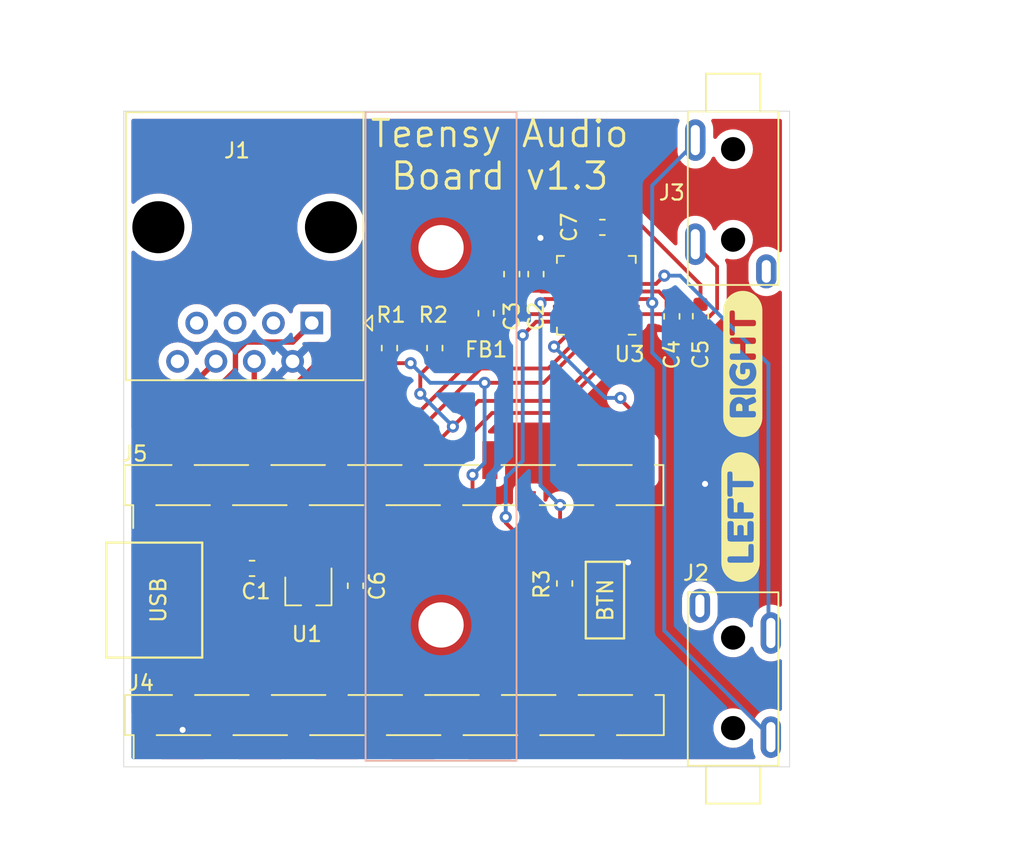
<source format=kicad_pcb>
(kicad_pcb (version 20210925) (generator pcbnew)
  (title_block (date "2021-10-12") (rev "1.3"))
  (layers (0 "F.Cu" signal) (31 "B.Cu" signal) (34 "B.Paste" user) (35 "F.Paste" user) (36 "B.SilkS" user "B.Silkscreen") (37 "F.SilkS" user "F.Silkscreen") (38 "B.Mask" user) (39 "F.Mask" user) (44 "Edge.Cuts" user))
  (net 0 "")
  (net 1 "/3.3VDC")
  (net 2 "/1.8VDC")
  (net 3 "GND")
  (net 4 "Net-(C4-Pad2)")
  (net 5 "Net-(C7-Pad1)")
  (net 6 "Net-(J1-Pad1)")
  (net 7 "Net-(J1-Pad4)")
  (net 8 "/BCLK")
  (net 9 "/MCLK")
  (net 10 "Net-(R2-Pad2)")
  (net 11 "/5VDC")
  (net 12 "Net-(J2-PadT)")
  (net 13 "Net-(J2-PadS)")
  (net 14 "Net-(J3-PadT)")
  (net 15 "Net-(R1-Pad2)")
  (net 16 "Net-(R3-Pad1)")
  (net 22 "Net-(U2-Pad30)")
  (net 23 "Net-(U2-Pad29)")
  (net 30 "Net-(U2-Pad20)")
  (footprint "Capacitor_SMD:C_0603_1608Metric" (layer "F.Cu") (at 147 94.1 -90)
    (fp_text reference "C2" (at 2.8 0 90) (layer "F.SilkS"))
    (fp_text value "100nF")
    (fp_line (start -0.162779 0.51) (end 0.162779 0.51) (layer "F.SilkS") (width 0.12))
    (fp_line (start -0.162779 -0.51) (end 0.162779 -0.51) (layer "F.SilkS") (width 0.12))
    (pad "1" smd roundrect locked (at -0.7875 0 270) (size 0.875 0.95) (layers "F.Cu" "F.Paste" "F.Mask") (net 3 "GND"))
    (pad "2" smd roundrect locked (at 0.7875 0 270) (size 0.875 0.95) (layers "F.Cu" "F.Paste" "F.Mask") (net 1 "/3.3VDC"))
  )
  (footprint "Capacitor_SMD:C_0603_1608Metric" (layer "F.Cu") (at 145.4 94.1 -90)
    (fp_text reference "C3" (at 2.8 0 90) (layer "F.SilkS"))
    (fp_text value "100nF")
    (fp_line (start -0.162779 -0.51) (end 0.162779 -0.51) (layer "F.SilkS") (width 0.12))
    (fp_line (start -0.162779 0.51) (end 0.162779 0.51) (layer "F.SilkS") (width 0.12))
    (pad "1" smd roundrect locked (at -0.7875 0 270) (size 0.875 0.95) (layers "F.Cu" "F.Paste" "F.Mask") (net 3 "GND"))
    (pad "2" smd roundrect locked (at 0.7875 0 270) (size 0.875 0.95) (layers "F.Cu" "F.Paste" "F.Mask") (net 1 "/3.3VDC"))
  )
  (footprint "asl_footprints:RJ45_THP_Vertical" (layer "F.Cu") (at 127.71 90.99 180)
    (fp_text reference "J1" (at 0.508 5.08 180) (layer "F.SilkS"))
    (fp_text value "0855025008")
    (fp_line (start -8.445 -5.85) (end -7.945 -6.35) (layer "F.SilkS") (width 0.12))
    (fp_line (start -7.865 -10.14) (end -7.865 7.62) (layer "F.SilkS") (width 0.12))
    (fp_line (start 7.865 -10.14) (end 7.865 7.62) (layer "F.SilkS") (width 0.12))
    (fp_line (start -7.945 -6.35) (end -8.445 -6.85) (layer "F.SilkS") (width 0.12))
    (fp_line (start -8.445 -6.85) (end -8.445 -5.85) (layer "F.SilkS") (width 0.12))
    (fp_line (start 7.865 7.62) (end -7.865 7.62) (layer "F.SilkS") (width 0.12))
    (fp_line (start 7.855 -10.14) (end -7.865 -10.14) (layer "F.SilkS") (width 0.12))
    (pad "" np_thru_hole circle (at -5.715 0 180) (size 3.65 3.65) (drill 3.45) (layers *.Mask))
    (pad "" np_thru_hole circle (at 5.715 0 180) (size 3.65 3.65) (drill 3.45) (layers *.Mask))
    (pad "1" thru_hole rect locked (at -4.445 -6.35 180) (size 1.5 1.5) (drill 0.9) (layers *.Cu *.Mask) (net 6 "Net-(J1-Pad1)"))
    (pad "2" thru_hole circle locked (at -3.175 -8.89 180) (size 1.5 1.5) (drill 0.9) (layers *.Cu *.Mask) (net 3 "GND"))
    (pad "3" thru_hole circle locked (at -1.905 -6.35 180) (size 1.5 1.5) (drill 0.9) (layers *.Cu *.Mask))
    (pad "4" thru_hole circle locked (at -0.635 -8.89 180) (size 1.5 1.5) (drill 0.9) (layers *.Cu *.Mask) (net 7 "Net-(J1-Pad4)"))
    (pad "5" thru_hole circle locked (at 0.635 -6.35 180) (size 1.5 1.5) (drill 0.9) (layers *.Cu *.Mask))
    (pad "6" thru_hole circle locked (at 1.905 -8.89 180) (size 1.5 1.5) (drill 0.9) (layers *.Cu *.Mask) (net 11 "/5VDC"))
    (pad "7" thru_hole circle locked (at 3.175 -6.35 180) (size 1.5 1.5) (drill 0.9) (layers *.Cu *.Mask))
    (pad "8" thru_hole circle locked (at 4.445 -8.89 180) (size 1.5 1.5) (drill 0.9) (layers *.Cu *.Mask))
  )
  (footprint "asl_footprints:mono_jack_throughhole" (layer "F.Cu") (at 160.0575 124.7825 180)
    (fp_text reference "J2" (at 2.4575 10.8825 unlocked) (layer "F.SilkS"))
    (fp_text value "4832.2230")
    (fp_rect (start -3 -1.9) (end 3 9.6) (layer "F.SilkS") (width 0.12) (fill none))
    (fp_rect (start -1.8 -4.4) (end 1.8 -1.9) (layer "F.SilkS") (width 0.12) (fill none))
    (pad "" np_thru_hole circle locked (at 0 0.6) (size 1.6 1.6) (drill 1.6) (layers *.Mask))
    (pad "" np_thru_hole circle locked (at 0 6.6) (size 1.6 1.6) (drill 1.6) (layers *.Mask))
    (pad "3" thru_hole oval (at 2.2 8.7 90) (size 2.25 1.35) (drill oval 1.5 0.6) (layers *.Cu *.Mask))
    (pad "S" thru_hole oval locked (at -2.5 0 270) (size 2.75 1.35) (drill oval 2 0.6) (layers *.Cu *.Mask) (net 13 "Net-(J2-PadS)"))
    (pad "T" thru_hole oval locked (at -2.5 6.9 270) (size 2.75 1.35) (drill oval 2 0.6) (layers *.Cu *.Mask) (net 12 "Net-(J2-PadT)"))
  )
  (footprint "Capacitor_SMD:C_0603_1608Metric" (layer "F.Cu") (at 156 96.9 90)
    (fp_text reference "C4" (at -2.54 0 90) (layer "F.SilkS"))
    (fp_text value "2.2µF")
    (fp_line (start -0.162779 0.51) (end 0.162779 0.51) (layer "F.SilkS") (width 0.12))
    (fp_line (start -0.162779 -0.51) (end 0.162779 -0.51) (layer "F.SilkS") (width 0.12))
    (pad "1" smd roundrect locked (at -0.7875 0 90) (size 0.875 0.95) (layers "F.Cu" "F.Paste" "F.Mask") (net 3 "GND"))
    (pad "2" smd roundrect locked (at 0.7875 0 90) (size 0.875 0.95) (layers "F.Cu" "F.Paste" "F.Mask") (net 4 "Net-(C4-Pad2)"))
  )
  (footprint "Capacitor_SMD:C_0603_1608Metric" (layer "F.Cu") (at 157.9 96.8875 90)
    (fp_text reference "C5" (at -2.54 0 90) (layer "F.SilkS"))
    (fp_text value "100nF")
    (fp_line (start -0.162779 0.51) (end 0.162779 0.51) (layer "F.SilkS") (width 0.12))
    (fp_line (start -0.162779 -0.51) (end 0.162779 -0.51) (layer "F.SilkS") (width 0.12))
    (pad "1" smd roundrect locked (at -0.7875 0 90) (size 0.875 0.95) (layers "F.Cu" "F.Paste" "F.Mask") (net 3 "GND"))
    (pad "2" smd roundrect locked (at 0.7875 0 90) (size 0.875 0.95) (layers "F.Cu" "F.Paste" "F.Mask") (net 4 "Net-(C4-Pad2)"))
  )
  (footprint "Resistor_SMD:R_0603_1608Metric" (layer "F.Cu") (at 140.3 99 -90)
    (fp_text reference "R2" (at -2.2 0.1 180) (layer "F.SilkS"))
    (fp_text value "2.2KΩ")
    (fp_line (start -0.162779 -0.51) (end 0.162779 -0.51) (layer "F.SilkS") (width 0.12))
    (fp_line (start -0.162779 0.51) (end 0.162779 0.51) (layer "F.SilkS") (width 0.12))
    (pad "1" smd roundrect locked (at -0.7875 0 270) (size 0.875 0.95) (layers "F.Cu" "F.Paste" "F.Mask") (net 1 "/3.3VDC"))
    (pad "2" smd roundrect locked (at 0.7875 0 270) (size 0.875 0.95) (layers "F.Cu" "F.Paste" "F.Mask") (net 10 "Net-(R2-Pad2)"))
  )
  (footprint "Resistor_SMD:R_0603_1608Metric" (layer "F.Cu") (at 137.3 99 -90)
    (fp_text reference "R1" (at -2.2 -0.1) (layer "F.SilkS"))
    (fp_text value "2.2KΩ")
    (fp_line (start -0.162779 -0.51) (end 0.162779 -0.51) (layer "F.SilkS") (width 0.12))
    (fp_line (start -0.162779 0.51) (end 0.162779 0.51) (layer "F.SilkS") (width 0.12))
    (pad "1" smd roundrect locked (at -0.7875 0 270) (size 0.875 0.95) (layers "F.Cu" "F.Paste" "F.Mask") (net 1 "/3.3VDC"))
    (pad "2" smd roundrect locked (at 0.7875 0 270) (size 0.875 0.95) (layers "F.Cu" "F.Paste" "F.Mask") (net 15 "Net-(R1-Pad2)"))
  )
  (footprint "Capacitor_SMD:C_0603_1608Metric" (layer "F.Cu") (at 135.05 114.75 -90)
    (fp_text reference "C6" (at 0 -1.43 90) (layer "F.SilkS"))
    (fp_text value "1.0µF")
    (fp_line (start -0.162779 -0.51) (end 0.162779 -0.51) (layer "F.SilkS") (width 0.12))
    (fp_line (start -0.162779 0.51) (end 0.162779 0.51) (layer "F.SilkS") (width 0.12))
    (pad "1" smd roundrect locked (at -0.7875 0 270) (size 0.875 0.95) (layers "F.Cu" "F.Paste" "F.Mask") (net 2 "/1.8VDC"))
    (pad "2" smd roundrect locked (at 0.7875 0 270) (size 0.875 0.95) (layers "F.Cu" "F.Paste" "F.Mask") (net 3 "GND"))
  )
  (footprint "Resistor_SMD:R_0603_1608Metric" (layer "F.Cu") (at 148.9 114.6 90)
    (fp_text reference "R3" (at -0.0508 -1.524 90) (layer "F.SilkS"))
    (fp_text value "100Ω")
    (fp_line (start -0.162779 -0.51) (end 0.162779 -0.51) (layer "F.SilkS") (width 0.12))
    (fp_line (start -0.162779 0.51) (end 0.162779 0.51) (layer "F.SilkS") (width 0.12))
    (pad "1" smd roundrect locked (at -0.7875 0 90) (size 0.875 0.95) (layers "F.Cu" "F.Paste" "F.Mask") (net 16 "Net-(R3-Pad1)"))
    (pad "2" smd roundrect locked (at 0.7875 0 90) (size 0.875 0.95) (layers "F.Cu" "F.Paste" "F.Mask") (net 9 "/MCLK"))
  )
  (footprint "asl_footprints:DIN_Clip" (layer "F.Cu") (at 140.716 104.848)
    (fp_text reference "DRA1" hide)
    (fp_text value "DIN Rail Adapter" hide)
    (fp_line (start 5 -21.5) (end 5 21.5) (layer "B.SilkS") (width 0.12))
    (fp_line (start -5 -21.5) (end 5 -21.5) (layer "B.SilkS") (width 0.12))
    (fp_line (start -5 21.5) (end -5 -21.5) (layer "B.SilkS") (width 0.12))
    (fp_line (start -5 21.5) (end 5 21.5) (layer "B.SilkS") (width 0.12))
    (pad "" np_thru_hole circle locked (at 0 -12.5) (size 6 6) (drill 3) (layers "F.Cu" "F.Mask"))
    (pad "" np_thru_hole circle locked (at 0 12.5) (size 6 6) (drill 3) (layers "F.Cu" "F.Mask"))
  )
  (footprint "Capacitor_SMD:C_0603_1608Metric" (layer "F.Cu") (at 128.2 113.6)
    (fp_text reference "C1" (at 0.254 1.524) (layer "F.SilkS"))
    (fp_text value "1.0µF")
    (fp_line (start -0.162779 -0.51) (end 0.162779 -0.51) (layer "F.SilkS") (width 0.12))
    (fp_line (start -0.162779 0.51) (end 0.162779 0.51) (layer "F.SilkS") (width 0.12))
    (pad "1" smd roundrect locked (at -0.7875 0) (size 0.875 0.95) (layers "F.Cu" "F.Paste" "F.Mask") (net 3 "GND"))
    (pad "2" smd roundrect locked (at 0.7875 0) (size 0.875 0.95) (layers "F.Cu" "F.Paste" "F.Mask") (net 1 "/3.3VDC"))
  )
  (footprint "Connector_PinHeader_2.54mm:PinHeader_1x14_P2.54mm_Vertical_SMD_Pin1Left" (layer "F.Cu") (at 137.6 108.08 90)
    (fp_text reference "J5" (at 2.08 -17.184 180) (layer "F.SilkS"))
    (fp_text value "SSM-114-L-SV-BE")
    (fp_line (start -1.33 9.65) (end -1.33 13.21) (layer "F.SilkS") (width 0.12))
    (fp_line (start -1.33 -0.51) (end -1.33 3.05) (layer "F.SilkS") (width 0.12))
    (fp_line (start 1.33 12.19) (end 1.33 15.75) (layer "F.SilkS") (width 0.12))
    (fp_line (start 1.33 7.11) (end 1.33 10.67) (layer "F.SilkS") (width 0.12))
    (fp_line (start -1.33 17.84) (end 1.33 17.84) (layer "F.SilkS") (width 0.12))
    (fp_line (start -1.33 14.73) (end -1.33 17.84) (layer "F.SilkS") (width 0.12))
    (fp_line (start 1.33 -13.21) (end 1.33 -9.65) (layer "F.SilkS") (width 0.12))
    (fp_line (start 1.33 17.27) (end 1.33 17.84) (layer "F.SilkS") (width 0.12))
    (fp_line (start -1.33 -15.75) (end -1.33 -12.19) (layer "F.SilkS") (width 0.12))
    (fp_line (start 1.33 -17.84) (end 1.33 -14.73) (layer "F.SilkS") (width 0.12))
    (fp_line (start -1.33 -17.84) (end 1.33 -17.84) (layer "F.SilkS") (width 0.12))
    (fp_line (start -1.33 -17.84) (end -1.33 -17.27) (layer "F.SilkS") (width 0.12))
    (fp_line (start 1.33 2.03) (end 1.33 5.59) (layer "F.SilkS") (width 0.12))
    (fp_line (start -1.33 -10.67) (end -1.33 -7.11) (layer "F.SilkS") (width 0.12))
    (fp_line (start -1.33 4.57) (end -1.33 8.13) (layer "F.SilkS") (width 0.12))
    (fp_line (start 1.33 -3.05) (end 1.33 0.51) (layer "F.SilkS") (width 0.12))
    (fp_line (start -1.33 -17.27) (end -2.85 -17.27) (layer "F.SilkS") (width 0.12))
    (fp_line (start 1.33 -8.13) (end 1.33 -4.57) (layer "F.SilkS") (width 0.12))
    (fp_line (start -1.33 -5.59) (end -1.33 -2.03) (layer "F.SilkS") (width 0.12))
  )
  (footprint "asl_footprints:Teensy30_31_32_LC_SMD" (layer "F.Cu") (at 137.6 115.7)
    (fp_text reference "U2" hide)
    (fp_text value "Teensy 3.2")
    (fp_text user "USB" (at -15.6 0 90 unlocked) (layer "F.SilkS"))
    (fp_text user "BTN" (at 14 0 90 unlocked) (layer "F.SilkS"))
    (fp_line (start -12.7 -3.81) (end -17.78 -3.81) (layer "F.SilkS") (width 0.15))
    (fp_line (start -19.05 -3.81) (end -17.78 -3.81) (layer "F.SilkS") (width 0.15))
    (fp_line (start -17.78 3.81) (end -19.05 3.81) (layer "F.SilkS") (width 0.15))
    (fp_line (start -19.05 3.81) (end -19.05 -3.81) (layer "F.SilkS") (width 0.15))
    (fp_line (start 15.24 2.54) (end 12.7 2.54) (layer "F.SilkS") (width 0.15))
    (fp_line (start -12.7 3.81) (end -12.7 -3.81) (layer "F.SilkS") (width 0.15))
    (fp_line (start 12.7 2.54) (end 12.7 -2.54) (layer "F.SilkS") (width 0.15))
    (fp_line (start 12.7 -2.54) (end 15.24 -2.54) (layer "F.SilkS") (width 0.15))
    (fp_line (start -12.7 3.81) (end -17.78 3.81) (layer "F.SilkS") (width 0.15))
    (fp_line (start 15.24 -2.54) (end 15.24 2.54) (layer "F.SilkS") (width 0.15))
    (pad "1" smd rect (at -16.51 9.275 90) (size 2.51 1) (layers "F.Cu" "F.Paste" "F.Mask") (net 3 "GND"))
    (pad "2" smd rect (at -13.97 5.965 90) (size 2.51 1) (layers "F.Cu" "F.Paste" "F.Mask") (net 6 "Net-(J1-Pad1)"))
    (pad "3" smd rect (at -11.43 9.275 90) (size 2.51 1) (layers "F.Cu" "F.Paste" "F.Mask") (net 7 "Net-(J1-Pad4)"))
    (pad "4" smd rect (at -8.89 5.965 90) (size 2.51 1) (layers "F.Cu" "F.Paste" "F.Mask"))
    (pad "5" smd rect (at -6.35 9.275 90) (size 2.51 1) (layers "F.Cu" "F.Paste" "F.Mask"))
    (pad "6" smd rect (at -3.81 5.965 90) (size 2.51 1) (layers "F.Cu" "F.Paste" "F.Mask"))
    (pad "7" smd rect (at -1.27 9.275 90) (size 2.51 1) (layers "F.Cu" "F.Paste" "F.Mask"))
    (pad "8" smd rect (at 1.27 5.965 90) (size 2.51 1) (layers "F.Cu" "F.Paste" "F.Mask"))
    (pad "9" smd rect (at 3.81 9.275 90) (size 2.51 1) (layers "F.Cu" "F.Paste" "F.Mask"))
    (pad "10" smd rect (at 6.35 5.965 90) (size 2.51 1) (layers "F.Cu" "F.Paste" "F.Mask"))
    (pad "11" smd rect (at 8.89 9.275 90) (size 2.51 1) (layers "F.Cu" "F.Paste" "F.Mask") (net 8 "/BCLK"))
    (pad "12" smd rect (at 11.43 5.965 90) (size 2.51 1) (layers "F.Cu" "F.Paste" "F.Mask"))
    (pad "13" smd rect (at 13.97 9.275 90) (size 2.51 1) (layers "F.Cu" "F.Paste" "F.Mask") (net 16 "Net-(R3-Pad1)"))
    (pad "14" smd rect (at 16.51 5.965 90) (size 2.51 1) (layers "F.Cu" "F.Paste" "F.Mask"))
    (pad "20" smd rect (at 16.51 -9.275 90) (size 2.51 1) (layers "F.Cu" "F.Paste" "F.Mask") (net 30 "Net-(U2-Pad20)"))
    (pad "21" smd rect (at 13.97 -5.965 90) (size 2.51 1) (layers "F.Cu" "F.Paste" "F.Mask"))
    (pad "22" smd rect (at 11.43 -9.275 90) (size 2.51 1) (layers "F.Cu" "F.Paste" "F.Mask"))
    (pad "23" smd rect (at 8.89 -5.965 90) (size 2.51 1) (layers "F.Cu" "F.Paste" "F.Mask"))
    (pad "24" smd rect (at 6.35 -9.275 90) (size 2.51 1) (layers "F.Cu" "F.Paste" "F.Mask"))
    (pad "25" smd rect (at 3.81 -5.965 90) (size 2.51 1) (layers "F.Cu" "F.Paste" "F.Mask") (net 15 "Net-(R1-Pad2)"))
    (pad "26" smd rect (at 1.27 -9.275 90) (size 2.51 1) (layers "F.Cu" "F.Paste" "F.Mask") (net 10 "Net-(R2-Pad2)"))
    (pad "27" smd rect (at -1.27 -5.965 90) (size 2.51 1) (layers "F.Cu" "F.Paste" "F.Mask"))
    (pad "28" smd rect (at -3.81 -9.275 90) (size 2.51 1) (layers "F.Cu" "F.Paste" "F.Mask"))
    (pad "29" smd rect (at -6.35 -5.965 90) (size 2.51 1) (layers "F.Cu" "F.Paste" "F.Mask") (net 23 "Net-(U2-Pad29)"))
    (pad "30" smd rect (at -8.89 -9.275 90) (size 2.51 1) (layers "F.Cu" "F.Paste" "F.Mask") (net 22 "Net-(U2-Pad30)"))
    (pad "31" smd rect (at -11.43 -5.965 90) (size 2.51 1) (layers "F.Cu" "F.Paste" "F.Mask") (net 1 "/3.3VDC"))
    (pad "32" smd rect (at -13.97 -9.275 90) (size 2.51 1) (layers "F.Cu" "F.Paste" "F.Mask"))
    (pad "33" smd rect (at -16.51 -5.965 90) (size 2.51 1) (layers "F.Cu" "F.Paste" "F.Mask") (net 11 "/5VDC"))
  )
  (footprint "asl_footprints:mono_jack_throughhole" (layer "F.Cu") (at 160.0575 85.2175)
    (fp_text reference "J3" (at -4.0575 3.4825 unlocked) (layer "F.SilkS"))
    (fp_text value "4832.2230")
    (fp_rect (start -3 -1.9) (end 3 9.6) (layer "F.SilkS") (width 0.12) (fill none))
    (fp_rect (start -1.8 -4.4) (end 1.8 -1.9) (layer "F.SilkS") (width 0.12) (fill none))
    (pad "" np_thru_hole circle locked (at 0 6.6 180) (size 1.6 1.6) (drill 1.6) (layers *.Mask))
    (pad "" np_thru_hole circle locked (at 0 0.6 180) (size 1.6 1.6) (drill 1.6) (layers *.Mask))
    (pad "3" thru_hole oval (at 2.2 8.7 270) (size 2.25 1.35) (drill oval 1.5 0.6) (layers *.Cu *.Mask))
    (pad "S" thru_hole oval locked (at -2.5 0 90) (size 2.75 1.35) (drill oval 2 0.6) (layers *.Cu *.Mask) (net 13 "Net-(J2-PadS)"))
    (pad "T" thru_hole oval locked (at -2.5 6.9 90) (size 2.75 1.35) (drill oval 2 0.6) (layers *.Cu *.Mask) (net 14 "Net-(J3-PadT)"))
  )
  (footprint "Package_TO_SOT_SMD:TSOT-23" (layer "F.Cu") (at 131.95 115.1 -90)
    (fp_text reference "U1" (at 2.8575 0.127) (layer "F.SilkS"))
    (fp_text value "AP7313")
    (fp_line (start 0.95 1.55) (end -0.9 1.55) (layer "F.SilkS") (width 0.12))
    (fp_line (start 0.95 0.5) (end 0.95 1.55) (layer "F.SilkS") (width 0.12))
    (fp_line (start 0.95 -1.5) (end 0.95 -0.5) (layer "F.SilkS") (width 0.12))
    (fp_line (start 0.93 -1.51) (end -1.5 -1.51) (layer "F.SilkS") (width 0.12))
    (pad "1" smd rect locked (at -1.31 -0.95 270) (size 1.22 0.65) (layers "F.Cu" "F.Paste" "F.Mask") (net 1 "/3.3VDC"))
    (pad "2" smd rect locked (at -1.31 0.95 270) (size 1.22 0.65) (layers "F.Cu" "F.Paste" "F.Mask") (net 2 "/1.8VDC"))
    (pad "3" smd rect locked (at 1.31 0 270) (size 1.22 0.65) (layers "F.Cu" "F.Paste" "F.Mask") (net 3 "GND"))
  )
  (footprint "Capacitor_SMD:C_0603_1608Metric" (layer "F.Cu") (at 143.7 96.7 -90)
    (fp_text reference "FB1" (at 2.4 0 180) (layer "F.SilkS"))
    (fp_text value "600Ω @ 100MHz")
    (fp_line (start -0.162779 0.51) (end 0.162779 0.51) (layer "F.SilkS") (width 0.12))
    (fp_line (start -0.162779 -0.51) (end 0.162779 -0.51) (layer "F.SilkS") (width 0.12))
    (pad "1" smd roundrect locked (at -0.7875 0 270) (size 0.875 0.95) (layers "F.Cu" "F.Paste" "F.Mask") (net 4 "Net-(C4-Pad2)"))
    (pad "2" smd roundrect locked (at 0.7875 0 270) (size 0.875 0.95) (layers "F.Cu" "F.Paste" "F.Mask") (net 1 "/3.3VDC"))
  )
  (footprint "Capacitor_SMD:C_0603_1608Metric" (layer "F.Cu") (at 151.4 91 180)
    (fp_text reference "C7" (at 2.2 0 90) (layer "F.SilkS"))
    (fp_text value "150nF")
    (fp_line (start -0.162779 0.51) (end 0.162779 0.51) (layer "F.SilkS") (width 0.12))
    (fp_line (start -0.162779 -0.51) (end 0.162779 -0.51) (layer "F.SilkS") (width 0.12))
    (pad "1" smd roundrect locked (at -0.7875 0 180) (size 0.875 0.95) (layers "F.Cu" "F.Paste" "F.Mask") (net 5 "Net-(C7-Pad1)"))
    (pad "2" smd roundrect locked (at 0.7875 0 180) (size 0.875 0.95) (layers "F.Cu" "F.Paste" "F.Mask") (net 3 "GND"))
  )
  (footprint "Package_DFN_QFN:QFN-32-1EP_5x5mm_P0.5mm_EP3.1x3.1mm" (layer "F.Cu") (at 151 95.5 180)
    (fp_text reference "U3" (at -2.2 -3.9) (layer "F.SilkS"))
    (fp_text value "SGTL5000")
    (fp_line (start -2.135 -2.61) (end -2.61 -2.61) (layer "F.SilkS") (width 0.12))
    (fp_line (start -2.61 2.61) (end -2.61 2.135) (layer "F.SilkS") (width 0.12))
    (fp_line (start 2.61 2.61) (end 2.61 2.135) (layer "F.SilkS") (width 0.12))
    (fp_line (start 2.135 2.61) (end 2.61 2.61) (layer "F.SilkS") (width 0.12))
    (fp_line (start 2.61 -2.61) (end 2.61 -2.135) (layer "F.SilkS") (width 0.12))
    (fp_line (start -2.135 2.61) (end -2.61 2.61) (layer "F.SilkS") (width 0.12))
    (fp_line (start 2.135 -2.61) (end 2.61 -2.61) (layer "F.SilkS") (width 0.12))
    (pad "1" smd roundrect locked (at -2.4375 -1.75 180) (size 0.875 0.25) (layers "F.Cu" "F.Paste" "F.Mask") (net 3 "GND"))
    (pad "2" smd roundrect locked (at -2.4375 -1.25 180) (size 0.875 0.25) (layers "F.Cu" "F.Paste" "F.Mask") (net 14 "Net-(J3-PadT)"))
    (pad "3" smd roundrect locked (at -2.4375 -0.75 180) (size 0.875 0.25) (layers "F.Cu" "F.Paste" "F.Mask") (net 3 "GND"))
    (pad "4" smd roundrect locked (at -2.4375 -0.25 180) (size 0.875 0.25) (layers "F.Cu" "F.Paste" "F.Mask") (net 13 "Net-(J2-PadS)"))
    (pad "5" smd roundrect locked (at -2.4375 0.25 180) (size 0.875 0.25) (layers "F.Cu" "F.Paste" "F.Mask") (net 4 "Net-(C4-Pad2)"))
    (pad "6" smd roundrect locked (at -2.4375 0.75 180) (size 0.875 0.25) (layers "F.Cu" "F.Paste" "F.Mask") (net 12 "Net-(J2-PadT)"))
    (pad "7" smd roundrect locked (at -2.4375 1.25 180) (size 0.875 0.25) (layers "F.Cu" "F.Paste" "F.Mask") (net 3 "GND"))
    (pad "8" smd roundrect locked (at -2.4375 1.75 180) (size 0.875 0.25) (layers "F.Cu" "F.Paste" "F.Mask"))
    (pad "9" smd roundrect locked (at -1.75 2.4375 180) (size 0.25 0.875) (layers "F.Cu" "F.Paste" "F.Mask"))
    (pad "10" smd roundrect locked (at -1.25 2.4375 180) (size 0.25 0.875) (layers "F.Cu" "F.Paste" "F.Mask") (net 5 "Net-(C7-Pad1)"))
    (pad "11" smd roundrect locked (at -0.75 2.4375 180) (size 0.25 0.875) (layers "F.Cu" "F.Paste" "F.Mask"))
    (pad "12" smd roundrect locked (at -0.25 2.4375 180) (size 0.25 0.875) (layers "F.Cu" "F.Paste" "F.Mask"))
    (pad "13" smd roundrect locked (at 0.25 2.4375 180) (size 0.25 0.875) (layers "F.Cu" "F.Paste" "F.Mask"))
    (pad "14" smd roundrect locked (at 0.75 2.4375 180) (size 0.25 0.875) (layers "F.Cu" "F.Paste" "F.Mask"))
    (pad "15" smd roundrect locked (at 1.25 2.4375 180) (size 0.25 0.875) (layers "F.Cu" "F.Paste" "F.Mask"))
    (pad "16" smd roundrect locked (at 1.75 2.4375 180) (size 0.25 0.875) (layers "F.Cu" "F.Paste" "F.Mask"))
    (pad "17" smd roundrect locked (at 2.4375 1.75 180) (size 0.875 0.25) (layers "F.Cu" "F.Paste" "F.Mask"))
    (pad "18" smd roundrect locked (at 2.4375 1.25 180) (size 0.875 0.25) (layers "F.Cu" "F.Paste" "F.Mask"))
    (pad "19" smd roundrect locked (at 2.4375 0.75 180) (size 0.875 0.25) (layers "F.Cu" "F.Paste" "F.Mask"))
    (pad "20" smd roundrect locked (at 2.4375 0.25 180) (size 0.875 0.25) (layers "F.Cu" "F.Paste" "F.Mask") (net 1 "/3.3VDC"))
    (pad "21" smd roundrect locked (at 2.4375 -0.25 180) (size 0.875 0.25) (layers "F.Cu" "F.Paste" "F.Mask") (net 9 "/MCLK"))
    (pad "22" smd roundrect locked (at 2.4375 -0.75 180) (size 0.875 0.25) (layers "F.Cu" "F.Paste" "F.Mask"))
    (pad "23" smd roundrect locked (at 2.4375 -1.25 180) (size 0.875 0.25) (layers "F.Cu" "F.Paste" "F.Mask") (net 22 "Net-(U2-Pad30)"))
    (pad "24" smd roundrect locked (at 2.4375 -1.75 180) (size 0.875 0.25) (layers "F.Cu" "F.Paste" "F.Mask") (net 8 "/BCLK"))
    (pad "25" smd roundrect locked (at 1.75 -2.4375 180) (size 0.25 0.875) (layers "F.Cu" "F.Paste" "F.Mask") (net 30 "Net-(U2-Pad20)"))
    (pad "26" smd roundrect locked (at 1.25 -2.4375 180) (size 0.25 0.875) (layers "F.Cu" "F.Paste" "F.Mask") (net 23 "Net-(U2-Pad29)"))
    (pad "27" smd roundrect locked (at 0.75 -2.4375 180) (size 0.25 0.875) (layers "F.Cu" "F.Paste" "F.Mask") (net 15 "Net-(R1-Pad2)"))
    (pad "28" smd roundrect locked (at 0.25 -2.4375 180) (size 0.25 0.875) (layers "F.Cu" "F.Paste" "F.Mask"))
    (pad "29" smd roundrect locked (at -0.25 -2.4375 180) (size 0.25 0.875) (layers "F.Cu" "F.Paste" "F.Mask") (net 10 "Net-(R2-Pad2)"))
    (pad "30" smd roundrect locked (at -0.75 -2.4375 180) (size 0.25 0.875) (layers "F.Cu" "F.Paste" "F.Mask") (net 2 "/1.8VDC"))
    (pad "31" smd roundrect locked (at -1.25 -2.4375 180) (size 0.25 0.875) (layers "F.Cu" "F.Paste" "F.Mask") (net 3 "GND"))
    (pad "32" smd roundrect locked (at -1.75 -2.4375 180) (size 0.25 0.875) (layers "F.Cu" "F.Paste" "F.Mask") (net 3 "GND"))
    (pad "33" smd roundrect locked (at 0 0 180) (size 3.1 3.1) (layers "F.Cu" "F.Mask") (roundrect_rratio 0.08064483871) (net 3 "GND"))
  )
  (footprint "Connector_PinHeader_2.54mm:PinHeader_1x14_P2.54mm_Vertical_SMD_Pin1Left" (layer "F.Cu") (at 137.63 123.32 90)
    (fp_text reference "J4" (at 2.12 -16.784 180) (layer "F.SilkS"))
    (fp_text value "SSM-114-L-SV-BE")
    (fp_line (start -1.33 -10.67) (end -1.33 -7.11) (layer "F.SilkS") (width 0.12))
    (fp_line (start 1.33 -17.84) (end 1.33 -14.73) (layer "F.SilkS") (width 0.12))
    (fp_line (start -1.33 17.84) (end 1.33 17.84) (layer "F.SilkS") (width 0.12))
    (fp_line (start 1.33 -3.05) (end 1.33 0.51) (layer "F.SilkS") (width 0.12))
    (fp_line (start 1.33 2.03) (end 1.33 5.59) (layer "F.SilkS") (width 0.12))
    (fp_line (start -1.33 14.73) (end -1.33 17.84) (layer "F.SilkS") (width 0.12))
    (fp_line (start -1.33 -17.27) (end -2.85 -17.27) (layer "F.SilkS") (width 0.12))
    (fp_line (start 1.33 -13.21) (end 1.33 -9.65) (layer "F.SilkS") (width 0.12))
    (fp_line (start 1.33 -8.13) (end 1.33 -4.57) (layer "F.SilkS") (width 0.12))
    (fp_line (start -1.33 -15.75) (end -1.33 -12.19) (layer "F.SilkS") (width 0.12))
    (fp_line (start -1.33 9.65) (end -1.33 13.21) (layer "F.SilkS") (width 0.12))
    (fp_line (start -1.33 -17.84) (end 1.33 -17.84) (layer "F.SilkS") (width 0.12))
    (fp_line (start -1.33 -0.51) (end -1.33 3.05) (layer "F.SilkS") (width 0.12))
    (fp_line (start 1.33 17.27) (end 1.33 17.84) (layer "F.SilkS") (width 0.12))
    (fp_line (start 1.33 12.19) (end 1.33 15.75) (layer "F.SilkS") (width 0.12))
    (fp_line (start -1.33 -5.59) (end -1.33 -2.03) (layer "F.SilkS") (width 0.12))
    (fp_line (start -1.33 4.57) (end -1.33 8.13) (layer "F.SilkS") (width 0.12))
    (fp_line (start 1.33 7.11) (end 1.33 10.67) (layer "F.SilkS") (width 0.12))
    (fp_line (start -1.33 -17.84) (end -1.33 -17.27) (layer "F.SilkS") (width 0.12))
  )
  (footprint "svg2mod" (layer "F.Cu") (at 160.7 100.05 90)
    (fp_text reference "svg2mod" hide)
    (fp_text value "G***" hide)
    (fp_poly (pts (xy -3.544491 -1.296988) (xy -3.332559 -0.869156) (xy -2.818209 -0.869156) (xy -2.679832 -0.852223) (xy -2.544101 -0.801423) (xy -2.411016 -0.716756) (xy -2.041922 -0.659606) (xy -2.03835 -0.741759) (xy -2.015728 -0.804863) (xy -1.952625 -0.853083) (xy -1.829991 -0.869156) (xy -1.697236 -0.84713) (xy -1.632347 -0.78105) (xy -1.620441 -0.657225) (xy -1.315641 -0.511894) (xy -1.198959 -0.646509) (xy -1.059656 -0.757461) (xy -0.908447 -0.836712) (xy -0.745331 -0.884262) (xy -0.570309 -0.900113) (xy -0.386424 -0.879475) (xy 2.049066 -0.871538) (xy 3.373041 -0.871538) (xy 3.484959 -0.853678) (xy 3.532584 -0.797719) (xy 3.544491 -0.697706) (xy 3.532584 -0.598884) (xy 3.492103 -0.547688) (xy 3.370659 -0.526256) (xy 2.915841 -0.526256) (xy 2.915841 0.671513) (xy 2.912269 0.752475) (xy 2.890837 0.813197) (xy 2.827734 0.862013) (xy 2.708672 0.8763) (xy 2.5908 0.862013) (xy 2.528887 0.813197) (xy 2.507456 0.751284) (xy 2.503884 0.669131) (xy 2.503884 -0.526256) (xy 2.046684 -0.526256) (xy 1.934766 -0.544116) (xy 1.887141 -0.600075) (xy 1.875234 -0.700088) (xy 1.887141 -0.798909) (xy 1.927622 -0.850106) (xy 2.049066 -0.871538) (xy -0.386424 -0.879475) (xy -0.209418 -0.817563) (xy 0.296466 -0.804863) (xy 0.359569 -0.853083) (xy 0.482203 -0.869156) (xy 0.614958 -0.84713) (xy 0.679847 -0.78105) (xy 0.691753 -0.657225) (xy 0.691753 -0.17145) (xy 1.322784 -0.17145) (xy 1.322784 -0.659606) (xy 1.326356 -0.741759) (xy 1.348978 -0.804863) (xy 1.413272 -0.854869) (xy 1.527572 -0.869156) (xy 1.637109 -0.85725) (xy 1.699022 -0.828675) (xy 1.732359 -0.78105) (xy 1.744266 -0.657225) (xy 1.744266 0.664369) (xy 1.740694 0.746522) (xy 1.718072 0.809625) (xy 1.654969 0.857845) (xy 1.532334 0.873919) (xy 1.400175 0.851892) (xy 1.337072 0.785813) (xy 1.322784 0.661988) (xy 1.322784 0.178594) (xy 0.691753 0.178594) (xy 0.691753 0.664369) (xy 0.688181 0.746522) (xy 0.665559 0.809625) (xy 0.602456 0.857845) (xy 0.479822 0.873919) (xy 0.347662 0.851892) (xy 0.284559 0.785813) (xy 0.270272 0.661988) (xy 0.270272 -0.659606) (xy 0.273844 -0.741759) (xy 0.296466 -0.804863) (xy -0.209418 -0.817563) (xy -0.039291 -0.714375) (xy 0.025003 -0.608409) (xy -0.029766 -0.473869) (xy -0.118467 -0.379214) (xy -0.198834 -0.347663) (xy -0.344091 -0.413147) (xy -0.453628 -0.46226) (xy -0.582216 -0.478631) (xy -0.75307 -0.446782) (xy -0.903684 -0.351234) (xy -1.009055 -0.204192) (xy -1.044178 -0.017859) (xy -1.028303 0.11258) (xy -0.980678 0.229261) (xy -0.901303 0.332184) (xy -0.748903 0.440234) (xy -0.577453 0.47625) (xy -0.453033 0.465534) (xy -0.341709 0.433388) (xy -0.341709 0.173831) (xy -0.529828 0.173831) (xy -0.634603 0.154781) (xy -0.675084 0.098822) (xy -0.684609 -0.001191) (xy -0.673894 -0.102394) (xy -0.634603 -0.154781) (xy -0.520303 -0.176213) (xy -0.101203 -0.176213) (xy 0.055959 -0.109538) (xy 0.079772 0.023813) (xy 0.079772 0.547688) (xy 0.013097 0.692944) (xy -0.099417 0.78358) (xy -0.236934 0.84832) (xy -0.399455 0.887164) (xy -0.586978 0.900113) (xy -0.758577 0.883369) (xy -0.918567 0.83314) (xy -1.066949 0.749424) (xy -1.203722 0.632222) (xy -1.31832 0.491356) (xy -1.400175 0.336649) (xy -1.449288 0.168101) (xy -1.465659 -0.014288) (xy -1.448991 -0.195783) (xy -1.398984 -0.361652) (xy -1.315641 -0.511894) (xy -1.620441 -0.657225) (xy -1.620441 0.66675) (xy -1.624013 0.750094) (xy -1.646634 0.812006) (xy -1.709738 0.860227) (xy -1.832372 0.8763) (xy -1.964531 0.853678) (xy -2.027634 0.785813) (xy -2.041922 0.664369) (xy -2.041922 -0.659606) (xy -2.411016 -0.716756) (xy -2.3241 -0.629841) (xy -2.253853 -0.516731) (xy -2.207419 -0.383381) (xy -2.191941 -0.235744) (xy -2.211784 -0.06694) (xy -2.271316 0.080698) (xy -2.370534 0.207169) (xy -2.329259 0.3048) (xy -2.275284 0.429419) (xy -2.208609 0.581025) (xy -2.172891 0.70485) (xy -2.2098 0.788194) (xy -2.320528 0.85725) (xy -2.443163 0.890588) (xy -2.519363 0.867966) (xy -2.563416 0.821531) (xy -2.594636 0.753533) (xy -2.656549 0.609865) (xy -2.749153 0.390525) (xy -2.822972 0.395288) (xy -3.123009 0.395288) (xy -3.123009 0.664369) (xy -3.126581 0.746522) (xy -3.149203 0.809625) (xy -3.212306 0.857845) (xy -3.334941 0.873919) (xy -3.4671 0.851892) (xy -3.530203 0.785813) (xy -3.544491 0.661988) (xy -3.544491 -0.659606) (xy -3.540919 -0.741759) (xy -3.518297 -0.804863) (xy -3.455194 -0.853083) (xy -3.332559 -0.869156) (xy -3.544491 -1.296988) (xy -3.544689 -1.296988) (xy -3.671816 -1.290742) (xy -3.797719 -1.272066) (xy -3.921185 -1.24114) (xy -4.041025 -1.19826) (xy -4.156085 -1.143841) (xy -4.265257 -1.078406) (xy -4.367489 -1.002585) (xy -4.461798 -0.917109) (xy -4.547274 -0.8228) (xy -4.623095 -0.720568) (xy -4.68853 -0.611396) (xy -4.742949 -0.496336) (xy -4.785829 -0.376496) (xy -4.816755 -0.25303) (xy -4.835431 -0.127127) (xy -4.841677 0) (xy -4.835431 0.127127) (xy -4.816755 0.25303) (xy -4.785829 0.376496) (xy -4.742949 0.496336) (xy -4.68853 0.611396) (xy -4.623095 0.720568) (xy -4.547274 0.8228) (xy -4.461798 0.917109) (xy -4.367489 1.002585) (xy -4.265257 1.078406) (xy -4.156085 1.143841) (xy -4.041025 1.19826) (xy -3.921185 1.24114) (xy -3.797719 1.272066) (xy -3.671816 1.290742) (xy -3.544689 1.296988) (xy -3.544491 1.296988) (xy 3.544491 1.296988) (xy 3.544689 1.296988) (xy 3.671816 1.290742) (xy 3.797719 1.272066) (xy 3.921185 1.24114) (xy 4.041025 1.19826) (xy 4.156085 1.143841) (xy 4.265257 1.078406) (xy 4.367489 1.002585) (xy 4.461798 0.917109) (xy 4.547274 0.8228) (xy 4.623095 0.720568) (xy 4.68853 0.611396) (xy 4.742949 0.496336) (xy 4.785829 0.376496) (xy 4.816755 0.25303) (xy 4.835431 0.127127) (xy 4.841677 0) (xy 4.835431 -0.127127) (xy 4.816755 -0.25303) (xy 4.785829 -0.376496) (xy 4.742949 -0.496336) (xy 4.68853 -0.611396) (xy 4.623095 -0.720568) (xy 4.547274 -0.8228) (xy 4.461798 -0.917109) (xy 4.367489 -1.002585) (xy 4.265257 -1.078406) (xy 4.156085 -1.143841) (xy 4.041025 -1.19826) (xy 3.921185 -1.24114) (xy 3.797719 -1.272066) (xy 3.671816 -1.290742) (xy 3.544689 -1.296988) (xy 3.544491 -1.296988) (xy -3.544491 -1.296988)) (layer "F.SilkS") (width 0) (fill solid))
    (fp_poly (pts (xy -3.123009 -0.026194) (xy -2.818209 -0.026194) (xy -2.680097 -0.078581) (xy -2.611041 -0.235744) (xy -2.680097 -0.394097) (xy -2.822972 -0.447675) (xy -3.123009 -0.447675) (xy -3.123009 -0.026194)) (layer "F.SilkS") (width 0) (fill solid))
  )
  (footprint "svg2mod" (layer "F.Cu") (at 160.55 110.2 90)
    (fp_text reference "svg2mod" hide)
    (fp_text value "G***" hide)
    (fp_poly (pts (xy -3.021806 -1.270794) (xy -2.932509 -0.855464) (xy -2.809875 -0.871538) (xy -2.67712 -0.849511) (xy -2.612231 -0.783431) (xy -2.600325 -0.659606) (xy -1.624013 0.661988) (xy -1.624013 -0.661988) (xy -1.578769 -0.827484) (xy -1.407319 -0.871538) (xy -0.469106 -0.871538) (xy -0.386953 -0.867966) (xy -0.059531 -0.827484) (xy 0.111919 -0.871538) (xy 1.050131 -0.871538) (xy 1.132284 -0.867966) (xy 1.194197 -0.845344) (xy 1.243012 -0.78105) (xy 1.2573 -0.659606) (xy 1.243012 -0.538163) (xy 1.193006 -0.475059) (xy 1.129903 -0.453628) (xy 1.045369 -0.450056) (xy 0.316706 -0.450056) (xy 0.316706 -0.20955) (xy 0.785812 -0.20955) (xy 0.870347 -0.205978) (xy 0.93345 -0.183356) (xy 0.979884 -0.118467) (xy 0.995362 0.004763) (xy 0.972741 0.137517) (xy 0.904875 0.202406) (xy 0.783431 0.214313) (xy 0.316706 0.214313) (xy 0.316706 0.664369) (xy 0.313134 0.747713) (xy 0.290512 0.809625) (xy 0.227409 0.857845) (xy 0.104775 0.873919) (xy -0.027384 0.851297) (xy -0.090488 0.783431) (xy -0.104775 0.661988) (xy -0.104775 -0.661988) (xy -0.059531 -0.827484) (xy -0.386953 -0.867966) (xy -0.32385 -0.845344) (xy -0.27563 -0.782241) (xy -0.259556 -0.659606) (xy -0.281583 -0.527447) (xy -0.347663 -0.464344) (xy -0.471488 -0.450056) (xy -1.202531 -0.450056) (xy -1.202531 -0.20955) (xy -0.731044 -0.20955) (xy -0.648891 -0.205978) (xy -0.585788 -0.183356) (xy -0.537567 -0.120253) (xy -0.521494 0.002381) (xy -0.544116 0.134541) (xy -0.611981 0.197644) (xy -0.735806 0.211931) (xy -1.202531 0.211931) (xy -1.202531 0.452438) (xy -0.469106 0.452438) (xy -0.386953 0.456009) (xy -0.32385 0.478631) (xy -0.27563 0.541734) (xy -0.259556 0.664369) (xy -0.281583 0.796528) (xy -0.347663 0.859631) (xy -0.471488 0.873919) (xy -1.414463 0.873919) (xy -1.546622 0.851297) (xy -1.609725 0.783431) (xy -1.624013 0.661988) (xy -2.600325 -0.659606) (xy -2.600325 0.521494) (xy -1.952625 0.521494) (xy -1.838325 0.539353) (xy -1.7907 0.595313) (xy -1.778794 0.696516) (xy -1.7907 0.797719) (xy -1.831181 0.850106) (xy -1.955006 0.873919) (xy -2.812256 0.873919) (xy -2.944416 0.851297) (xy -3.007519 0.783431) (xy -3.021806 0.661988) (xy -3.021806 -0.661988) (xy -3.018234 -0.744141) (xy -2.995613 -0.807244) (xy -2.932509 -0.855464) (xy -3.021806 -1.270794) (xy -3.022005 -1.270794) (xy -3.146564 -1.264675) (xy -3.269924 -1.246376) (xy -3.390897 -1.216074) (xy -3.508316 -1.17406) (xy -3.621053 -1.12074) (xy -3.72802 -1.056626) (xy -3.828188 -0.982337) (xy -3.920592 -0.898587) (xy -4.004342 -0.806183) (xy -4.078631 -0.706015) (xy -4.142745 -0.599048) (xy -4.196065 -0.486312) (xy -4.238078 -0.368892) (xy -4.26838 -0.24792) (xy -4.286679 -0.12456) (xy -4.292798 0) (xy -4.286679 0.12456) (xy -4.26838 0.24792) (xy -4.238078 0.368892) (xy -4.196065 0.486312) (xy -4.142745 0.599048) (xy -4.078631 0.706015) (xy -4.004342 0.806183) (xy -3.920592 0.898587) (xy -3.828188 0.982337) (xy -3.72802 1.056626) (xy -3.621053 1.12074) (xy -3.508316 1.17406) (xy -3.390897 1.216074) (xy -3.269924 1.246376) (xy -3.146564 1.264675) (xy -3.022005 1.270794) (xy -3.021806 1.270794) (xy 3.021806 1.270794) (xy 2.393156 -0.528638) (xy 2.393156 0.669131) (xy 2.389584 0.750094) (xy 2.368153 0.810816) (xy 2.30505 0.859631) (xy 2.185987 0.873919) (xy 2.068116 0.859631) (xy 2.006203 0.810816) (xy 1.984772 0.748903) (xy 1.9812 0.66675) (xy 1.9812 -0.528638) (xy 1.524 -0.528638) (xy 1.412081 -0.546497) (xy 1.364456 -0.602456) (xy 1.35255 -0.702469) (xy 1.364456 -0.801291) (xy 1.404937 -0.852488) (xy 1.526381 -0.873919) (xy 2.850356 -0.873919) (xy 2.962275 -0.856059) (xy 3.0099 -0.8001) (xy 3.021806 -0.700088) (xy 3.0099 -0.601266) (xy 2.969419 -0.550069) (xy 2.847975 -0.528638) (xy 2.393156 -0.528638) (xy 3.021806 1.270794) (xy 3.022005 1.270794) (xy 3.146564 1.264675) (xy 3.269924 1.246376) (xy 3.390897 1.216074) (xy 3.508316 1.17406) (xy 3.621053 1.12074) (xy 3.72802 1.056626) (xy 3.828188 0.982337) (xy 3.920592 0.898587) (xy 4.004342 0.806183) (xy 4.078631 0.706015) (xy 4.142745 0.599048) (xy 4.196065 0.486312) (xy 4.238078 0.368892) (xy 4.26838 0.24792) (xy 4.286679 0.12456) (xy 4.292798 0) (xy 4.286679 -0.12456) (xy 4.26838 -0.24792) (xy 4.238078 -0.368892) (xy 4.196065 -0.486312) (xy 4.142745 -0.599048) (xy 4.078631 -0.706015) (xy 4.004342 -0.806183) (xy 3.920592 -0.898587) (xy 3.828188 -0.982337) (xy 3.72802 -1.056626) (xy 3.621053 -1.12074) (xy 3.508316 -1.17406) (xy 3.390897 -1.216074) (xy 3.269924 -1.246376) (xy 3.146564 -1.264675) (xy 3.022005 -1.270794) (xy 3.021806 -1.270794) (xy -3.021806 -1.270794)) (layer "F.SilkS") (width 0) (fill solid))
  )
  (gr_line (start 119.7 126.75) (end 119.7 83.3) (layer "Edge.Cuts") (width 0.05))
  (gr_line (start 163.8 126.75) (end 119.7 126.75) (layer "Edge.Cuts") (width 0.05))
  (gr_line (start 163.8 83.3) (end 163.8 126.75) (layer "Edge.Cuts") (width 0.05))
  (gr_line (start 119.7 83.3) (end 163.8 83.3) (layer "Edge.Cuts") (width 0.05))
  (gr_text "Teensy Audio\nBoard v1.3" (at 144.6 86.2) (layer "F.SilkS") (effects (font (size 1.75 1.75) (thickness 0.2))))
  (segment (start 129.07 113.5) (end 126.17 110.6) (width 0.3556) (layer "F.Cu") (net 1))
  (segment (start 127.2 105.3) (end 134.2875 98.2125) (width 0.3556) (layer "F.Cu") (net 1))
  (segment (start 143.7 97.4875) (end 145.4 95.7875) (width 0.3556) (layer "F.Cu") (net 1))
  (segment (start 147.3625 95.25) (end 147 94.8875) (width 0.254) (layer "F.Cu") (net 1))
  (segment (start 140.3 98.2125) (end 142.975 98.2125) (width 0.3556) (layer "F.Cu") (net 1))
  (segment (start 131.74 114.95) (end 132.9 113.79) (width 0.254) (layer "F.Cu") (net 1))
  (segment (start 142.975 98.2125) (end 143.7 97.4875) (width 0.3556) (layer "F.Cu") (net 1))
  (segment (start 127.2 108.705) (end 127.2 105.3) (width 0.3556) (layer "F.Cu") (net 1))
  (segment (start 126.17 110.6) (end 126.17 109.735) (width 0.3556) (layer "F.Cu") (net 1))
  (segment (start 130.3375 114.95) (end 131.74 114.95) (width 0.254) (layer "F.Cu") (net 1))
  (segment (start 145.4 95.7875) (end 145.4 94.8875) (width 0.3556) (layer "F.Cu") (net 1))
  (segment (start 128.9875 113.6) (end 130.3375 114.95) (width 0.254) (layer "F.Cu") (net 1))
  (segment (start 134.2875 98.2125) (end 137.3 98.2125) (width 0.3556) (layer "F.Cu") (net 1))
  (segment (start 126.17 109.735) (end 127.2 108.705) (width 0.3556) (layer "F.Cu") (net 1))
  (segment (start 137.3 98.2125) (end 140.3 98.2125) (width 0.3556) (layer "F.Cu") (net 1))
  (segment (start 148.5625 95.25) (end 147.3625 95.25) (width 0.254) (layer "F.Cu") (net 1))
  (segment (start 147 94.8875) (end 145.4 94.8875) (width 0.254) (layer "F.Cu") (net 1))
  (segment (start 148.241362 103.3) (end 151.75 99.791362) (width 0.254) (layer "F.Cu") (net 2))
  (segment (start 131 113.79) (end 132.315 112.475) (width 0.254) (layer "F.Cu") (net 2))
  (segment (start 144.1 103.3) (end 148.241362 103.3) (width 0.254) (layer "F.Cu") (net 2))
  (segment (start 151.75 99.791362) (end 151.75 97.9375) (width 0.254) (layer "F.Cu") (net 2))
  (segment (start 140.2 107.1) (end 140.3 107.1) (width 0.254) (layer "F.Cu") (net 2))
  (segment (start 140.2 110.5) (end 140.2 107.1) (width 0.254) (layer "F.Cu") (net 2))
  (segment (start 133.5625 112.475) (end 135.05 113.9625) (width 0.254) (layer "F.Cu") (net 2))
  (segment (start 135.05 113.9625) (end 136.7375 113.9625) (width 0.254) (layer "F.Cu") (net 2))
  (segment (start 132.315 112.475) (end 133.5625 112.475) (width 0.254) (layer "F.Cu") (net 2))
  (segment (start 140.3 107.1) (end 144.1 103.3) (width 0.254) (layer "F.Cu") (net 2))
  (segment (start 136.7375 113.9625) (end 140.2 110.5) (width 0.254) (layer "F.Cu") (net 2))
  (segment (start 152.25 94.25) (end 151 95.5) (width 0.254) (layer "F.Cu") (net 3))
  (segment (start 152.75 97.9375) (end 152.75 99.45) (width 0.254) (layer "F.Cu") (net 3))
  (segment (start 152.75 97.9375) (end 153.4375 97.25) (width 0.254) (layer "F.Cu") (net 3))
  (segment (start 151.75 96.25) (end 151 95.5) (width 0.254) (layer "F.Cu") (net 3))
  (segment (start 153.4375 96.25) (end 151.75 96.25) (width 0.254) (layer "F.Cu") (net 3))
  (segment (start 152.25 96.75) (end 152.25 97.9375) (width 0.254) (layer "F.Cu") (net 3))
  (segment (start 152.25 97.9375) (end 152.75 97.9375) (width 0.254) (layer "F.Cu") (net 3))
  (segment (start 151 95.5) (end 152.25 96.75) (width 0.254) (layer "F.Cu") (net 3))
  (segment (start 153.4375 94.25) (end 152.25 94.25) (width 0.254) (layer "F.Cu") (net 3))
  (via (at 147.3 91.7) (size 0.8) (drill 0.4) (layers "F.Cu" "B.Cu") (net 3))
  (via (at 153.1 113.2) (size 0.8) (drill 0.4) (layers "F.Cu" "B.Cu") (net 3))
  (via (at 158.2 108) (size 0.8) (drill 0.4) (layers "F.Cu" "B.Cu") (net 3))
  (via (at 123.6 124.3) (size 0.8) (drill 0.4) (layers "F.Cu" "B.Cu") (net 3))
  (segment (start 155.1375 95.25) (end 156 96.1125) (width 0.254) (layer "F.Cu") (net 4))
  (segment (start 157.9 94.8) (end 157.9 96.1) (width 0.254) (layer "F.Cu") (net 4))
  (segment (start 156 96.1125) (end 157.8875 96.1125) (width 0.254) (layer "F.Cu") (net 4))
  (segment (start 143.7 95.9125) (end 143.7 94.9) (width 0.254) (layer "F.Cu") (net 4))
  (segment (start 153.4375 95.25) (end 155.1375 95.25) (width 0.254) (layer "F.Cu") (net 4))
  (segment (start 147.3 89.7) (end 152.8 89.7) (width 0.254) (layer "F.Cu") (net 4))
  (segment (start 144.4 92.6) (end 147.3 89.7) (width 0.254) (layer "F.Cu") (net 4))
  (segment (start 152.8 89.7) (end 157.9 94.8) (width 0.254) (layer "F.Cu") (net 4))
  (segment (start 157.8875 96.1125) (end 157.9 96.1) (width 0.254) (layer "F.Cu") (net 4))
  (segment (start 143.7 94.9) (end 144.4 94.2) (width 0.254) (layer "F.Cu") (net 4))
  (segment (start 144.4 94.2) (end 144.4 92.6) (width 0.254) (layer "F.Cu") (net 4))
  (segment (start 152.25 93.0625) (end 152.25 91.0625) (width 0.254) (layer "F.Cu") (net 5))
  (segment (start 152.25 91.0625) (end 152.1875 91) (width 0.254) (layer "F.Cu") (net 5))
  (segment (start 122.4 120.435) (end 122.4 105.149333) (width 0.3556) (layer "F.Cu") (net 6))
  (segment (start 127.1 99.3) (end 127.8 98.6) (width 0.3556) (layer "F.Cu") (net 6))
  (segment (start 127.1 100.449333) (end 127.1 99.3) (width 0.3556) (layer "F.Cu") (net 6))
  (segment (start 122.4 105.149333) (end 127.1 100.449333) (width 0.3556) (layer "F.Cu") (net 6))
  (segment (start 123.63 121.665) (end 122.4 120.435) (width 0.3556) (layer "F.Cu") (net 6))
  (segment (start 127.8 98.6) (end 130.895 98.6) (width 0.3556) (layer "F.Cu") (net 6))
  (segment (start 130.895 98.6) (end 132.155 97.34) (width 0.3556) (layer "F.Cu") (net 6))
  (segment (start 123.6 118.6) (end 123.6 109.3) (width 0.3556) (layer "F.Cu") (net 7))
  (segment (start 125.1 105.6) (end 128.345 102.355) (width 0.3556) (layer "F.Cu") (net 7))
  (segment (start 123.6 109.3) (end 125.1 107.8) (width 0.3556) (layer "F.Cu") (net 7))
  (segment (start 126.17 124.975) (end 126.2 124.945) (width 0.3556) (layer "F.Cu") (net 7))
  (segment (start 125.1 107.8) (end 125.1 105.6) (width 0.3556) (layer "F.Cu") (net 7))
  (segment (start 126.2 124.945) (end 126.2 121.2) (width 0.3556) (layer "F.Cu") (net 7))
  (segment (start 126.2 121.2) (end 123.6 118.6) (width 0.3556) (layer "F.Cu") (net 7))
  (segment (start 128.345 102.355) (end 128.345 99.88) (width 0.3556) (layer "F.Cu") (net 7))
  (segment (start 145 110.575) (end 146.5 112.075) (width 0.254) (layer "F.Cu") (net 8))
  (segment (start 146.5 124.965) (end 146.49 124.975) (width 0.254) (layer "F.Cu") (net 8))
  (segment (start 147.025 97.25) (end 148.5625 97.25) (width 0.254) (layer "F.Cu") (net 8))
  (segment (start 145 110.2) (end 145 110.575) (width 0.254) (layer "F.Cu") (net 8))
  (segment (start 146.5 112.075) (end 146.5 124.965) (width 0.254) (layer "F.Cu") (net 8))
  (segment (start 146.125 98.15) (end 147.025 97.25) (width 0.254) (layer "F.Cu") (net 8))
  (via (at 146.125 98.15) (size 0.8) (drill 0.4) (layers "F.Cu" "B.Cu") (net 8))
  (via (at 145 110.2) (size 0.8) (drill 0.4) (layers "F.Cu" "B.Cu") (net 8))
  (segment (start 146.125 106.475) (end 146.125 98.15) (width 0.254) (layer "B.Cu") (net 8))
  (segment (start 145 107.6) (end 146.125 106.475) (width 0.254) (layer "B.Cu") (net 8))
  (segment (start 145 110.2) (end 145 107.6) (width 0.254) (layer "B.Cu") (net 8))
  (segment (start 148.6 109.4) (end 148.6 113.5125) (width 0.254) (layer "F.Cu") (net 9))
  (segment (start 148.6 113.5125) (end 148.9 113.8125) (width 0.254) (layer "F.Cu") (net 9))
  (segment (start 148.5625 95.75) (end 147.5735 95.75) (width 0.254) (layer "F.Cu") (net 9))
  (segment (start 147.5735 95.75) (end 147.3 96.0235) (width 0.254) (layer "F.Cu") (net 9))
  (via (at 148.6 109.4) (size 0.8) (drill 0.4) (layers "F.Cu" "B.Cu") (net 9))
  (via (at 147.3 96.0235) (size 0.8) (drill 0.4) (layers "F.Cu" "B.Cu") (net 9))
  (segment (start 147.3 108.1) (end 147.3 96.0235) (width 0.254) (layer "B.Cu") (net 9))
  (segment (start 148.6 109.4) (end 147.3 108.1) (width 0.254) (layer "B.Cu") (net 9))
  (segment (start 138.87 106.425) (end 139.275 106.425) (width 0.254) (layer "F.Cu") (net 10))
  (segment (start 148.4 102.5) (end 143.2 102.5) (width 0.254) (layer "F.Cu") (net 10))
  (segment (start 140.3 99.7875) (end 139.34051 100.74699) (width 0.254) (layer "F.Cu") (net 10))
  (segment (start 139.34051 100.74699) (end 139.34051 102.0265) (width 0.254) (layer "F.Cu") (net 10))
  (segment (start 143.2 102.5) (end 141.5 104.2) (width 0.254) (layer "F.Cu") (net 10))
  (segment (start 151.25 99.65) (end 148.4 102.5) (width 0.254) (layer "F.Cu") (net 10))
  (segment (start 139.275 106.425) (end 141.5 104.2) (width 0.254) (layer "F.Cu") (net 10))
  (segment (start 151.25 97.9375) (end 151.25 99.65) (width 0.254) (layer "F.Cu") (net 10))
  (via (at 141.5 104.2) (size 0.8) (drill 0.4) (layers "F.Cu" "B.Cu") (net 10))
  (via (at 139.34051 102.0265) (size 0.8) (drill 0.4) (layers "F.Cu" "B.Cu") (net 10))
  (segment (start 139.34051 102.0265) (end 141.5 104.18599) (width 0.254) (layer "B.Cu") (net 10))
  (segment (start 141.5 104.18599) (end 141.5 104.2) (width 0.254) (layer "B.Cu") (net 10))
  (segment (start 121.1 109.725) (end 121.09 109.735) (width 0.3556) (layer "F.Cu") (net 11))
  (segment (start 125.805 99.88) (end 121.1 104.585) (width 0.3556) (layer "F.Cu") (net 11))
  (segment (start 121.1 104.585) (end 121.1 109.725) (width 0.3556) (layer "F.Cu") (net 11))
  (segment (start 155.5 94.2) (end 154.95 94.75) (width 0.254) (layer "F.Cu") (net 12))
  (segment (start 154.95 94.75) (end 153.4375 94.75) (width 0.254) (layer "F.Cu") (net 12))
  (via (at 155.5 94.2) (size 0.8) (drill 0.4) (layers "F.Cu" "B.Cu") (net 12))
  (segment (start 155.5 94.2) (end 156.55 94.2) (width 0.254) (layer "B.Cu") (net 12))
  (segment (start 162.4 100.05) (end 162.4 117.725) (width 0.254) (layer "B.Cu") (net 12))
  (segment (start 156.55 94.2) (end 162.4 100.05) (width 0.254) (layer "B.Cu") (net 12))
  (segment (start 162.4 117.725) (end 162.5575 117.8825) (width 0.254) (layer "B.Cu") (net 12))
  (segment (start 154.45 95.75) (end 153.4375 95.75) (width 0.254) (layer "F.Cu") (net 13))
  (segment (start 154.7 96) (end 154.45 95.75) (width 0.254) (layer "F.Cu") (net 13))
  (via (at 154.7 96) (size 0.8) (drill 0.4) (layers "F.Cu" "B.Cu") (net 13))
  (segment (start 154.7 88.225) (end 157.7075 85.2175) (width 0.254) (layer "B.Cu") (net 13))
  (segment (start 154.7 99.3) (end 155.5 100.1) (width 0.254) (layer "B.Cu") (net 13))
  (segment (start 154.7 96) (end 154.7 88.225) (width 0.254) (layer "B.Cu") (net 13))
  (segment (start 155.5 100.1) (end 155.5 117.725) (width 0.254) (layer "B.Cu") (net 13))
  (segment (start 155.5 117.725) (end 162.5575 124.7825) (width 0.254) (layer "B.Cu") (net 13))
  (segment (start 154.7 96) (end 154.7 99.3) (width 0.254) (layer "B.Cu") (net 13))
  (segment (start 159 93.6) (end 157.5575 92.1575) (width 0.25) (layer "F.Cu") (net 14))
  (segment (start 153.4375 96.75) (end 155.35 96.75) (width 0.25) (layer "F.Cu") (net 14))
  (segment (start 155.35 96.75) (end 155.5 96.9) (width 0.25) (layer "F.Cu") (net 14))
  (segment (start 155.5 96.9) (end 158.5 96.9) (width 0.25) (layer "F.Cu") (net 14))
  (segment (start 159 96.4) (end 159 93.6) (width 0.25) (layer "F.Cu") (net 14))
  (segment (start 158.5 96.9) (end 159 96.4) (width 0.25) (layer "F.Cu") (net 14))
  (segment (start 157.5575 92.1575) (end 157.5575 92.1175) (width 0.25) (layer "F.Cu") (net 14))
  (segment (start 138.7 100) (end 137.5125 100) (width 0.254) (layer "F.Cu") (net 15))
  (segment (start 137.5125 100) (end 137.3 99.7875) (width 0.254) (layer "F.Cu") (net 15))
  (segment (start 150.25 98.56825) (end 147.51825 101.3) (width 0.254) (layer "F.Cu") (net 15))
  (segment (start 142.8 107.4) (end 142.8 108.345) (width 0.254) (layer "F.Cu") (net 15))
  (segment (start 147.51825 101.3) (end 143.6 101.3) (width 0.254) (layer "F.Cu") (net 15))
  (segment (start 150.25 97.9375) (end 150.25 98.56825) (width 0.254) (layer "F.Cu") (net 15))
  (segment (start 142.8 108.345) (end 141.41 109.735) (width 0.254) (layer "F.Cu") (net 15))
  (via (at 138.7 100) (size 0.8) (drill 0.4) (layers "F.Cu" "B.Cu") (net 15))
  (via (at 143.6 101.3) (size 0.8) (drill 0.4) (layers "F.Cu" "B.Cu") (net 15))
  (via (at 142.8 107.4) (size 0.8) (drill 0.4) (layers "F.Cu" "B.Cu") (net 15))
  (segment (start 143.6 106.6) (end 142.8 107.4) (width 0.254) (layer "B.Cu") (net 15))
  (segment (start 140 101.3) (end 143.6 101.3) (width 0.254) (layer "B.Cu") (net 15))
  (segment (start 138.7 100) (end 140 101.3) (width 0.254) (layer "B.Cu") (net 15))
  (segment (start 143.6 101.3) (end 143.6 106.6) (width 0.254) (layer "B.Cu") (net 15))
  (segment (start 148.9 115.3875) (end 151.6 118.0875) (width 0.254) (layer "F.Cu") (net 16))
  (segment (start 151.6 118.0875) (end 151.6 124.945) (width 0.254) (layer "F.Cu") (net 16))
  (segment (start 151.6 124.945) (end 151.57 124.975) (width 0.254) (layer "F.Cu") (net 16))
  (segment (start 128.71 106.425) (end 129.499 106.425) (width 0.254) (layer "F.Cu") (net 22))
  (segment (start 143.1 99.4) (end 143.9 99.4) (width 0.254) (layer "F.Cu") (net 22))
  (segment (start 143.9 99.4) (end 144.9 98.4) (width 0.254) (layer "F.Cu") (net 22))
  (segment (start 139.4 103.1) (end 143.1 99.4) (width 0.254) (layer "F.Cu") (net 22))
  (segment (start 144.9 97.6) (end 145.75 96.75) (width 0.254) (layer "F.Cu") (net 22))
  (segment (start 145.75 96.75) (end 148.5625 96.75) (width 0.254) (layer "F.Cu") (net 22))
  (segment (start 144.9 98.4) (end 144.9 97.6) (width 0.254) (layer "F.Cu") (net 22))
  (segment (start 132.824 103.1) (end 139.4 103.1) (width 0.254) (layer "F.Cu") (net 22))
  (segment (start 129.499 106.425) (end 132.824 103.1) (width 0.254) (layer "F.Cu") (net 22))
  (segment (start 131.3 109.685) (end 131.3 106.6) (width 0.254) (layer "F.Cu") (net 23))
  (segment (start 149.75 98.426888) (end 149.75 97.9375) (width 0.254) (layer "F.Cu") (net 23))
  (segment (start 134 103.9) (end 139.8 103.9) (width 0.254) (layer "F.Cu") (net 23))
  (segment (start 131.25 109.735) (end 131.3 109.685) (width 0.254) (layer "F.Cu") (net 23))
  (segment (start 139.8 103.9) (end 143.346489 100.353511) (width 0.254) (layer "F.Cu") (net 23))
  (segment (start 147.823377 100.353511) (end 149.75 98.426888) (width 0.254) (layer "F.Cu") (net 23))
  (segment (start 131.3 106.6) (end 134 103.9) (width 0.254) (layer "F.Cu") (net 23))
  (segment (start 143.346489 100.353511) (end 147.823377 100.353511) (width 0.254) (layer "F.Cu") (net 23))
  (segment (start 148.2875 98.9) (end 149.25 97.9375) (width 0.254) (layer "F.Cu") (net 30))
  (segment (start 148.2 98.9) (end 148.2875 98.9) (width 0.254) (layer "F.Cu") (net 30))
  (segment (start 152.6 102.3) (end 152.6 102.4) (width 0.254) (layer "F.Cu") (net 30))
  (segment (start 154.11 103.91) (end 154.11 106.425) (width 0.254) (layer "F.Cu") (net 30))
  (segment (start 152.6 102.4) (end 154.11 103.91) (width 0.254) (layer "F.Cu") (net 30))
  (via (at 152.6 102.3) (size 0.8) (drill 0.4) (layers "F.Cu" "B.Cu") (net 30))
  (via (at 148.2 98.9) (size 0.8) (drill 0.4) (layers "F.Cu" "B.Cu") (net 30))
  (segment (start 152.6 102.3) (end 151.6 102.3) (width 0.254) (layer "B.Cu") (net 30))
  (segment (start 151.6 102.3) (end 148.2 98.9) (width 0.254) (layer "B.Cu") (net 30))
  (zone (net 3) (net_name "GND") (layer "F.Cu") (connect_pads (clearance 0.508)) (min_thickness 0.254) (fill yes (thermal_gap 0.508) (thermal_bridge_width 0.508))
    (polygon (pts (xy 113.03 77.47) (xy 177.038 77.343) (xy 177.038 129.413) (xy 113.03 129.54)))
  )
  (zone (net 3) (net_name "GND") (layer "B.Cu") (connect_pads (clearance 0.508)) (min_thickness 0.254) (fill yes (thermal_gap 0.508) (thermal_bridge_width 0.508))
    (polygon (pts (xy 111.506 75.933198) (xy 179.324 75.946) (xy 179.324 131.826) (xy 111.506 131.813198)))
  )
)
</source>
